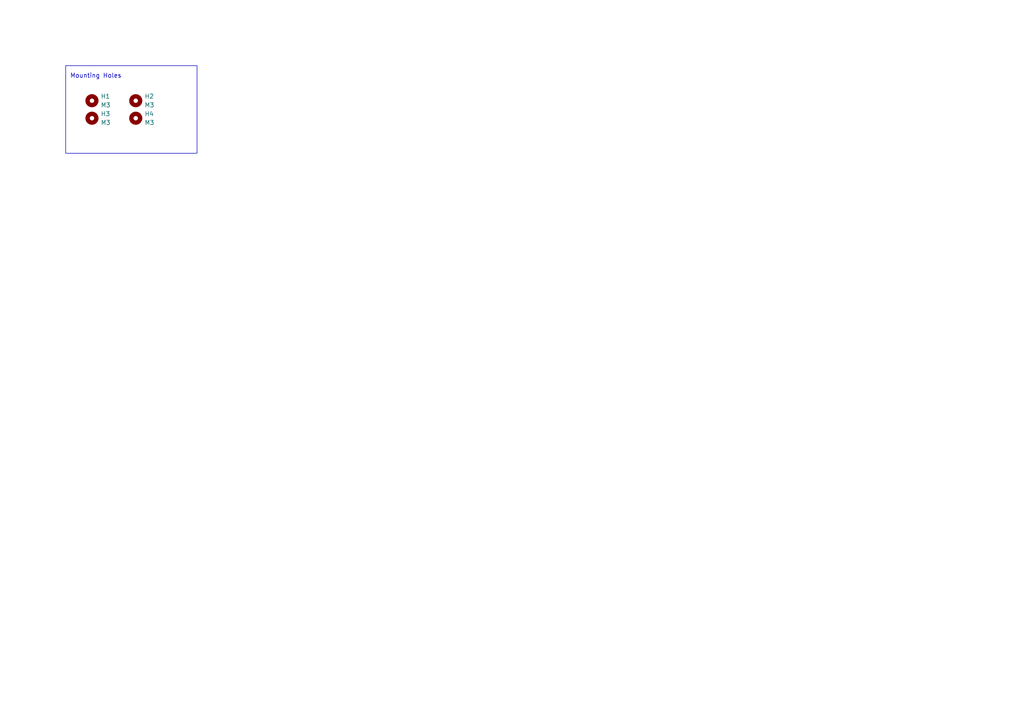
<source format=kicad_sch>
(kicad_sch (version 20231120) (generator "eeschema") (generator_version "8.0")
  (paper "A4")
  (title_block (title "Control") (date "2024-12-21") (rev "v3.0") (company "SSL A-Team") (comment 1 "Author: Will Stuckey"))
  (lib_symbols
    (symbol "Mechanical:MountingHole" (pin_names (offset 1.016))
      (property "Reference" "H" (at 0 5.08 0))
      (property "Value" "MountingHole" (at 0 3.175 0))
      (symbol "MountingHole_0_1"
        (circle (center 0 0) (radius 1.27) (stroke (width 1.27)))
      )
    )
  )
  (rectangle (start 19.05 19.05) (end 57.15 44.45))
  (text "Mounting Holes" (at 20.32 22.86 0) (effects (font (size 1.27 1.27)) (justify left bottom)))
  (symbol (lib_id "Mechanical:MountingHole") (at 39.37 34.29 0) (unit 1) (in_bom no)
    (property "Reference" "H4" (at 41.91 33.0199 0) (effects (justify left)))
    (property "Value" "M3" (at 41.91 35.5599 0) (effects (justify left)))
    (property "Footprint" "MountingHole:MountingHole_3.2mm_M3" (effects (hide yes)))
  )
  (symbol (lib_id "Mechanical:MountingHole") (at 39.37 29.21 0) (unit 1) (in_bom no)
    (property "Reference" "H2" (at 41.91 27.9399 0) (effects (justify left)))
    (property "Value" "M3" (at 41.91 30.4799 0) (effects (justify left)))
    (property "Footprint" "MountingHole:MountingHole_3.2mm_M3" (effects (hide yes)))
  )
  (symbol (lib_id "Mechanical:MountingHole") (at 26.67 34.29 0) (unit 1) (in_bom no)
    (property "Reference" "H3" (at 29.21 33.0199 0) (effects (justify left)))
    (property "Value" "M3" (at 29.21 35.5599 0) (effects (justify left)))
    (property "Footprint" "MountingHole:MountingHole_3.2mm_M3" (effects (hide yes)))
  )
  (symbol (lib_id "Mechanical:MountingHole") (at 26.67 29.21 0) (unit 1) (in_bom no)
    (property "Reference" "H1" (at 29.21 27.9399 0) (effects (justify left)))
    (property "Value" "M3" (at 29.21 30.4799 0) (effects (justify left)))
    (property "Footprint" "MountingHole:MountingHole_3.2mm_M3" (effects (hide yes)))
  )
)
</source>
